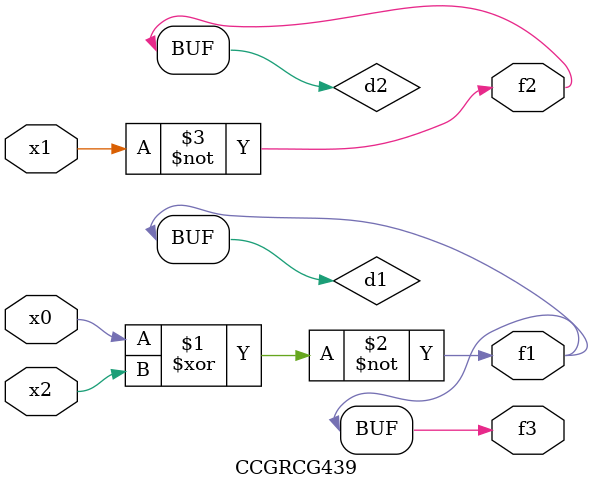
<source format=v>
module CCGRCG439(
	input x0, x1, x2,
	output f1, f2, f3
);

	wire d1, d2, d3;

	xnor (d1, x0, x2);
	nand (d2, x1);
	nor (d3, x1, x2);
	assign f1 = d1;
	assign f2 = d2;
	assign f3 = d1;
endmodule

</source>
